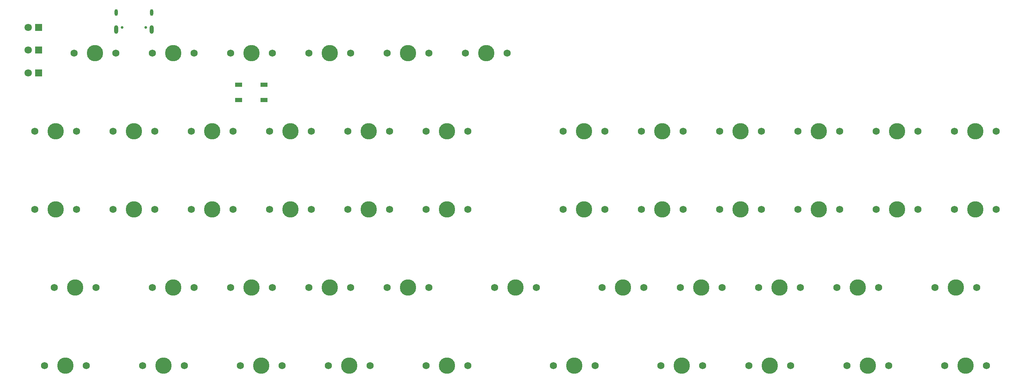
<source format=gts>
G04 #@! TF.GenerationSoftware,KiCad,Pcbnew,(6.0.5)*
G04 #@! TF.CreationDate,2023-01-05T22:18:59-05:00*
G04 #@! TF.ProjectId,V4N4LPH4G0N-rounded,56344e34-4c50-4483-9447-304e2d726f75,rev?*
G04 #@! TF.SameCoordinates,Original*
G04 #@! TF.FileFunction,Soldermask,Top*
G04 #@! TF.FilePolarity,Negative*
%FSLAX46Y46*%
G04 Gerber Fmt 4.6, Leading zero omitted, Abs format (unit mm)*
G04 Created by KiCad (PCBNEW (6.0.5)) date 2023-01-05 22:18:59*
%MOMM*%
%LPD*%
G01*
G04 APERTURE LIST*
%ADD10C,3.987800*%
%ADD11C,1.750000*%
%ADD12R,1.800000X1.100000*%
%ADD13R,1.800000X1.800000*%
%ADD14C,1.800000*%
%ADD15C,0.650000*%
%ADD16O,1.000000X2.100000*%
%ADD17O,0.800000X1.600000*%
G04 APERTURE END LIST*
D10*
X102393750Y-104457500D03*
D11*
X97313750Y-104457500D03*
X107473750Y-104457500D03*
X66992500Y-123507500D03*
D10*
X61912500Y-123507500D03*
D11*
X56832500Y-123507500D03*
D10*
X121443750Y-104457500D03*
D11*
X116363750Y-104457500D03*
X126523750Y-104457500D03*
X236061250Y-104457500D03*
D10*
X230981250Y-104457500D03*
D11*
X225901250Y-104457500D03*
X178276250Y-85407500D03*
D10*
X183356250Y-85407500D03*
D11*
X188436250Y-85407500D03*
X226536250Y-66357500D03*
X216376250Y-66357500D03*
D10*
X221456250Y-66357500D03*
D11*
X112236250Y-123507500D03*
X102076250Y-123507500D03*
D10*
X107156250Y-123507500D03*
D11*
X40798750Y-66357500D03*
X30638750Y-66357500D03*
D10*
X35718750Y-66357500D03*
D11*
X145573750Y-47307500D03*
X135413750Y-47307500D03*
D10*
X140493750Y-47307500D03*
D12*
X86443750Y-54982500D03*
X80243750Y-54982500D03*
X86443750Y-58682500D03*
X80243750Y-58682500D03*
D10*
X209550000Y-123507500D03*
D11*
X214630000Y-123507500D03*
X204470000Y-123507500D03*
X245586250Y-66357500D03*
D10*
X240506250Y-66357500D03*
D11*
X235426250Y-66357500D03*
D10*
X54768750Y-66357500D03*
D11*
X49688750Y-66357500D03*
X59848750Y-66357500D03*
D10*
X121443750Y-47307500D03*
D11*
X116363750Y-47307500D03*
X126523750Y-47307500D03*
D13*
X31529966Y-52092637D03*
D14*
X28989966Y-52092637D03*
D11*
X197326250Y-66357500D03*
X207486250Y-66357500D03*
D10*
X202406250Y-66357500D03*
X211931250Y-104457500D03*
D11*
X217011250Y-104457500D03*
X206851250Y-104457500D03*
X40163750Y-47307500D03*
X50323750Y-47307500D03*
D10*
X45243750Y-47307500D03*
D11*
X262255000Y-123507500D03*
X252095000Y-123507500D03*
D10*
X257175000Y-123507500D03*
D11*
X226536250Y-85407500D03*
D10*
X221456250Y-85407500D03*
D11*
X216376250Y-85407500D03*
X188436250Y-66357500D03*
X178276250Y-66357500D03*
D10*
X183356250Y-66357500D03*
D11*
X49688750Y-85407500D03*
X59848750Y-85407500D03*
D10*
X54768750Y-85407500D03*
X83343750Y-47307500D03*
D11*
X78263750Y-47307500D03*
X88423750Y-47307500D03*
D10*
X92868750Y-85407500D03*
D11*
X87788750Y-85407500D03*
X97948750Y-85407500D03*
X90805000Y-123507500D03*
D10*
X85725000Y-123507500D03*
D11*
X80645000Y-123507500D03*
D13*
X31529966Y-46571537D03*
D14*
X28989966Y-46571537D03*
D11*
X78898750Y-85407500D03*
D10*
X73818750Y-85407500D03*
D11*
X68738750Y-85407500D03*
X235426250Y-85407500D03*
X245586250Y-85407500D03*
D10*
X240506250Y-85407500D03*
D11*
X169386250Y-85407500D03*
X159226250Y-85407500D03*
D10*
X164306250Y-85407500D03*
D11*
X59213750Y-104457500D03*
D10*
X64293750Y-104457500D03*
D11*
X69373750Y-104457500D03*
D10*
X130968750Y-123507500D03*
D11*
X125888750Y-123507500D03*
X136048750Y-123507500D03*
X168751250Y-104457500D03*
D10*
X173831250Y-104457500D03*
D11*
X178911250Y-104457500D03*
D10*
X130968750Y-66357500D03*
D11*
X125888750Y-66357500D03*
X136048750Y-66357500D03*
X30638750Y-85407500D03*
D10*
X35718750Y-85407500D03*
D11*
X40798750Y-85407500D03*
X107473750Y-47307500D03*
X97313750Y-47307500D03*
D10*
X102393750Y-47307500D03*
D13*
X31529966Y-41050437D03*
D14*
X28989966Y-41050437D03*
D11*
X45561250Y-104457500D03*
X35401250Y-104457500D03*
D10*
X40481250Y-104457500D03*
D11*
X68738750Y-66357500D03*
X78898750Y-66357500D03*
D10*
X73818750Y-66357500D03*
D11*
X136048750Y-85407500D03*
D10*
X130968750Y-85407500D03*
D11*
X125888750Y-85407500D03*
D10*
X259556250Y-66357500D03*
D11*
X264636250Y-66357500D03*
X254476250Y-66357500D03*
X106838750Y-66357500D03*
X116998750Y-66357500D03*
D10*
X111918750Y-66357500D03*
X259556250Y-85407500D03*
D11*
X254476250Y-85407500D03*
X264636250Y-85407500D03*
X69373750Y-47307500D03*
D10*
X64293750Y-47307500D03*
D11*
X59213750Y-47307500D03*
X249713750Y-104457500D03*
D10*
X254793750Y-104457500D03*
D11*
X259873750Y-104457500D03*
X197961250Y-104457500D03*
X187801250Y-104457500D03*
D10*
X192881250Y-104457500D03*
D11*
X167005000Y-123507500D03*
D10*
X161925000Y-123507500D03*
D11*
X156845000Y-123507500D03*
X33020000Y-123507500D03*
D10*
X38100000Y-123507500D03*
D11*
X43180000Y-123507500D03*
D10*
X233362500Y-123507500D03*
D11*
X238442500Y-123507500D03*
X228282500Y-123507500D03*
X116998750Y-85407500D03*
X106838750Y-85407500D03*
D10*
X111918750Y-85407500D03*
X188118750Y-123507500D03*
D11*
X193198750Y-123507500D03*
X183038750Y-123507500D03*
X159226250Y-66357500D03*
X169386250Y-66357500D03*
D10*
X164306250Y-66357500D03*
D11*
X142557500Y-104457500D03*
X152717500Y-104457500D03*
D10*
X147637500Y-104457500D03*
D11*
X88423750Y-104457500D03*
X78263750Y-104457500D03*
D10*
X83343750Y-104457500D03*
X202406250Y-85407500D03*
D11*
X207486250Y-85407500D03*
X197326250Y-85407500D03*
X87788750Y-66357500D03*
D10*
X92868750Y-66357500D03*
D11*
X97948750Y-66357500D03*
D15*
X51878750Y-41027334D03*
X57658750Y-41027334D03*
D16*
X59088750Y-41557334D03*
D17*
X50448750Y-37377334D03*
X59088750Y-37377334D03*
D16*
X50448750Y-41557334D03*
M02*

</source>
